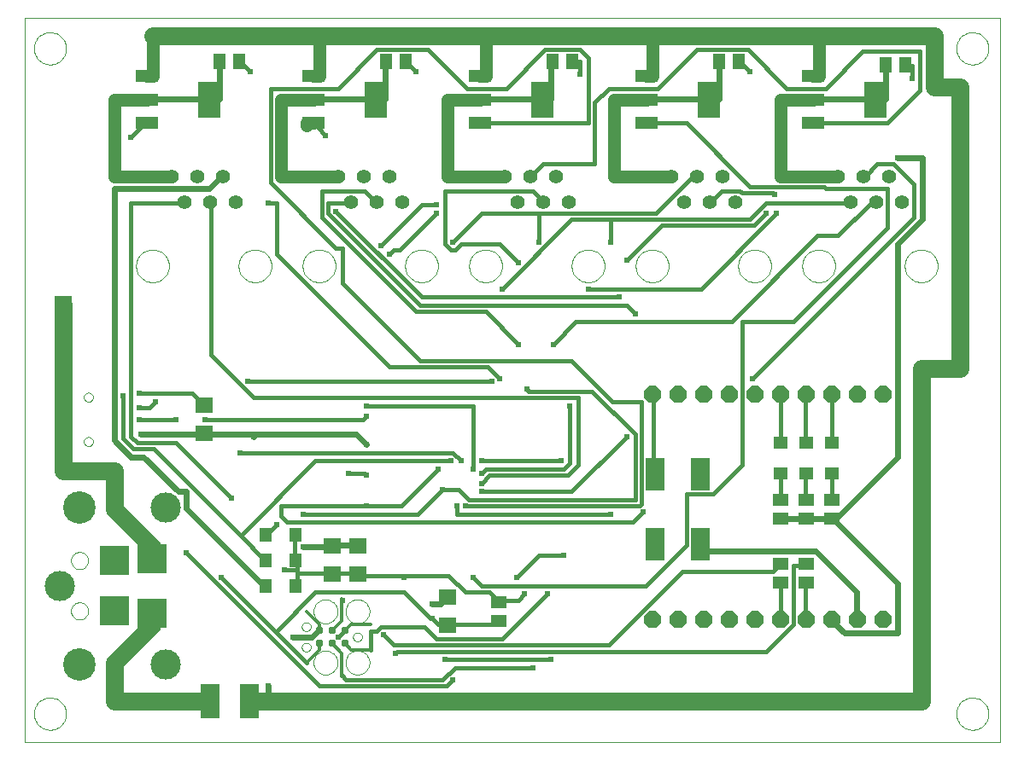
<source format=gbl>
G75*
%MOIN*%
%OFA0B0*%
%FSLAX24Y24*%
%IPPOS*%
%LPD*%
%AMOC8*
5,1,8,0,0,1.08239X$1,22.5*
%
%ADD10C,0.0000*%
%ADD11C,0.0554*%
%ADD12R,0.0512X0.0591*%
%ADD13C,0.1181*%
%ADD14C,0.1266*%
%ADD15R,0.1181X0.1181*%
%ADD16R,0.0748X0.1339*%
%ADD17C,0.0310*%
%ADD18R,0.0709X0.0630*%
%ADD19R,0.0472X0.0551*%
%ADD20R,0.0630X0.0512*%
%ADD21OC8,0.0660*%
%ADD22R,0.0591X0.0512*%
%ADD23R,0.0551X0.0472*%
%ADD24R,0.0750X0.1250*%
%ADD25R,0.0880X0.0480*%
%ADD26R,0.0866X0.1417*%
%ADD27C,0.0240*%
%ADD28C,0.0240*%
%ADD29C,0.0120*%
%ADD30C,0.0180*%
%ADD31C,0.0700*%
%ADD32C,0.0500*%
%ADD33R,0.0650X0.0650*%
D10*
X003100Y000100D02*
X003100Y028396D01*
X041170Y028396D01*
X041170Y000100D01*
X003100Y000100D01*
X003470Y001200D02*
X003472Y001250D01*
X003478Y001300D01*
X003488Y001349D01*
X003502Y001397D01*
X003519Y001444D01*
X003540Y001489D01*
X003565Y001533D01*
X003593Y001574D01*
X003625Y001613D01*
X003659Y001650D01*
X003696Y001684D01*
X003736Y001714D01*
X003778Y001741D01*
X003822Y001765D01*
X003868Y001786D01*
X003915Y001802D01*
X003963Y001815D01*
X004013Y001824D01*
X004062Y001829D01*
X004113Y001830D01*
X004163Y001827D01*
X004212Y001820D01*
X004261Y001809D01*
X004309Y001794D01*
X004355Y001776D01*
X004400Y001754D01*
X004443Y001728D01*
X004484Y001699D01*
X004523Y001667D01*
X004559Y001632D01*
X004591Y001594D01*
X004621Y001554D01*
X004648Y001511D01*
X004671Y001467D01*
X004690Y001421D01*
X004706Y001373D01*
X004718Y001324D01*
X004726Y001275D01*
X004730Y001225D01*
X004730Y001175D01*
X004726Y001125D01*
X004718Y001076D01*
X004706Y001027D01*
X004690Y000979D01*
X004671Y000933D01*
X004648Y000889D01*
X004621Y000846D01*
X004591Y000806D01*
X004559Y000768D01*
X004523Y000733D01*
X004484Y000701D01*
X004443Y000672D01*
X004400Y000646D01*
X004355Y000624D01*
X004309Y000606D01*
X004261Y000591D01*
X004212Y000580D01*
X004163Y000573D01*
X004113Y000570D01*
X004062Y000571D01*
X004013Y000576D01*
X003963Y000585D01*
X003915Y000598D01*
X003868Y000614D01*
X003822Y000635D01*
X003778Y000659D01*
X003736Y000686D01*
X003696Y000716D01*
X003659Y000750D01*
X003625Y000787D01*
X003593Y000826D01*
X003565Y000867D01*
X003540Y000911D01*
X003519Y000956D01*
X003502Y001003D01*
X003488Y001051D01*
X003478Y001100D01*
X003472Y001150D01*
X003470Y001200D01*
X004919Y005216D02*
X004921Y005252D01*
X004927Y005288D01*
X004937Y005323D01*
X004950Y005357D01*
X004967Y005389D01*
X004987Y005419D01*
X005011Y005446D01*
X005037Y005471D01*
X005066Y005493D01*
X005097Y005512D01*
X005130Y005527D01*
X005164Y005539D01*
X005200Y005547D01*
X005236Y005551D01*
X005272Y005551D01*
X005308Y005547D01*
X005344Y005539D01*
X005378Y005527D01*
X005411Y005512D01*
X005442Y005493D01*
X005471Y005471D01*
X005497Y005446D01*
X005521Y005419D01*
X005541Y005389D01*
X005558Y005357D01*
X005571Y005323D01*
X005581Y005288D01*
X005587Y005252D01*
X005589Y005216D01*
X005587Y005180D01*
X005581Y005144D01*
X005571Y005109D01*
X005558Y005075D01*
X005541Y005043D01*
X005521Y005013D01*
X005497Y004986D01*
X005471Y004961D01*
X005442Y004939D01*
X005411Y004920D01*
X005378Y004905D01*
X005344Y004893D01*
X005308Y004885D01*
X005272Y004881D01*
X005236Y004881D01*
X005200Y004885D01*
X005164Y004893D01*
X005130Y004905D01*
X005097Y004920D01*
X005066Y004939D01*
X005037Y004961D01*
X005011Y004986D01*
X004987Y005013D01*
X004967Y005043D01*
X004950Y005075D01*
X004937Y005109D01*
X004927Y005144D01*
X004921Y005180D01*
X004919Y005216D01*
X004919Y007184D02*
X004921Y007220D01*
X004927Y007256D01*
X004937Y007291D01*
X004950Y007325D01*
X004967Y007357D01*
X004987Y007387D01*
X005011Y007414D01*
X005037Y007439D01*
X005066Y007461D01*
X005097Y007480D01*
X005130Y007495D01*
X005164Y007507D01*
X005200Y007515D01*
X005236Y007519D01*
X005272Y007519D01*
X005308Y007515D01*
X005344Y007507D01*
X005378Y007495D01*
X005411Y007480D01*
X005442Y007461D01*
X005471Y007439D01*
X005497Y007414D01*
X005521Y007387D01*
X005541Y007357D01*
X005558Y007325D01*
X005571Y007291D01*
X005581Y007256D01*
X005587Y007220D01*
X005589Y007184D01*
X005587Y007148D01*
X005581Y007112D01*
X005571Y007077D01*
X005558Y007043D01*
X005541Y007011D01*
X005521Y006981D01*
X005497Y006954D01*
X005471Y006929D01*
X005442Y006907D01*
X005411Y006888D01*
X005378Y006873D01*
X005344Y006861D01*
X005308Y006853D01*
X005272Y006849D01*
X005236Y006849D01*
X005200Y006853D01*
X005164Y006861D01*
X005130Y006873D01*
X005097Y006888D01*
X005066Y006907D01*
X005037Y006929D01*
X005011Y006954D01*
X004987Y006981D01*
X004967Y007011D01*
X004950Y007043D01*
X004937Y007077D01*
X004927Y007112D01*
X004921Y007148D01*
X004919Y007184D01*
X005423Y011834D02*
X005425Y011860D01*
X005431Y011886D01*
X005441Y011911D01*
X005454Y011934D01*
X005470Y011954D01*
X005490Y011972D01*
X005512Y011987D01*
X005535Y011999D01*
X005561Y012007D01*
X005587Y012011D01*
X005613Y012011D01*
X005639Y012007D01*
X005665Y011999D01*
X005689Y011987D01*
X005710Y011972D01*
X005730Y011954D01*
X005746Y011934D01*
X005759Y011911D01*
X005769Y011886D01*
X005775Y011860D01*
X005777Y011834D01*
X005775Y011808D01*
X005769Y011782D01*
X005759Y011757D01*
X005746Y011734D01*
X005730Y011714D01*
X005710Y011696D01*
X005688Y011681D01*
X005665Y011669D01*
X005639Y011661D01*
X005613Y011657D01*
X005587Y011657D01*
X005561Y011661D01*
X005535Y011669D01*
X005511Y011681D01*
X005490Y011696D01*
X005470Y011714D01*
X005454Y011734D01*
X005441Y011757D01*
X005431Y011782D01*
X005425Y011808D01*
X005423Y011834D01*
X005423Y013566D02*
X005425Y013592D01*
X005431Y013618D01*
X005441Y013643D01*
X005454Y013666D01*
X005470Y013686D01*
X005490Y013704D01*
X005512Y013719D01*
X005535Y013731D01*
X005561Y013739D01*
X005587Y013743D01*
X005613Y013743D01*
X005639Y013739D01*
X005665Y013731D01*
X005689Y013719D01*
X005710Y013704D01*
X005730Y013686D01*
X005746Y013666D01*
X005759Y013643D01*
X005769Y013618D01*
X005775Y013592D01*
X005777Y013566D01*
X005775Y013540D01*
X005769Y013514D01*
X005759Y013489D01*
X005746Y013466D01*
X005730Y013446D01*
X005710Y013428D01*
X005688Y013413D01*
X005665Y013401D01*
X005639Y013393D01*
X005613Y013389D01*
X005587Y013389D01*
X005561Y013393D01*
X005535Y013401D01*
X005511Y013413D01*
X005490Y013428D01*
X005470Y013446D01*
X005454Y013466D01*
X005441Y013489D01*
X005431Y013514D01*
X005425Y013540D01*
X005423Y013566D01*
X007460Y018700D02*
X007462Y018750D01*
X007468Y018800D01*
X007478Y018849D01*
X007491Y018898D01*
X007509Y018945D01*
X007530Y018991D01*
X007554Y019034D01*
X007582Y019076D01*
X007613Y019116D01*
X007647Y019153D01*
X007684Y019187D01*
X007724Y019218D01*
X007766Y019246D01*
X007809Y019270D01*
X007855Y019291D01*
X007902Y019309D01*
X007951Y019322D01*
X008000Y019332D01*
X008050Y019338D01*
X008100Y019340D01*
X008150Y019338D01*
X008200Y019332D01*
X008249Y019322D01*
X008298Y019309D01*
X008345Y019291D01*
X008391Y019270D01*
X008434Y019246D01*
X008476Y019218D01*
X008516Y019187D01*
X008553Y019153D01*
X008587Y019116D01*
X008618Y019076D01*
X008646Y019034D01*
X008670Y018991D01*
X008691Y018945D01*
X008709Y018898D01*
X008722Y018849D01*
X008732Y018800D01*
X008738Y018750D01*
X008740Y018700D01*
X008738Y018650D01*
X008732Y018600D01*
X008722Y018551D01*
X008709Y018502D01*
X008691Y018455D01*
X008670Y018409D01*
X008646Y018366D01*
X008618Y018324D01*
X008587Y018284D01*
X008553Y018247D01*
X008516Y018213D01*
X008476Y018182D01*
X008434Y018154D01*
X008391Y018130D01*
X008345Y018109D01*
X008298Y018091D01*
X008249Y018078D01*
X008200Y018068D01*
X008150Y018062D01*
X008100Y018060D01*
X008050Y018062D01*
X008000Y018068D01*
X007951Y018078D01*
X007902Y018091D01*
X007855Y018109D01*
X007809Y018130D01*
X007766Y018154D01*
X007724Y018182D01*
X007684Y018213D01*
X007647Y018247D01*
X007613Y018284D01*
X007582Y018324D01*
X007554Y018366D01*
X007530Y018409D01*
X007509Y018455D01*
X007491Y018502D01*
X007478Y018551D01*
X007468Y018600D01*
X007462Y018650D01*
X007460Y018700D01*
X011460Y018700D02*
X011462Y018750D01*
X011468Y018800D01*
X011478Y018849D01*
X011491Y018898D01*
X011509Y018945D01*
X011530Y018991D01*
X011554Y019034D01*
X011582Y019076D01*
X011613Y019116D01*
X011647Y019153D01*
X011684Y019187D01*
X011724Y019218D01*
X011766Y019246D01*
X011809Y019270D01*
X011855Y019291D01*
X011902Y019309D01*
X011951Y019322D01*
X012000Y019332D01*
X012050Y019338D01*
X012100Y019340D01*
X012150Y019338D01*
X012200Y019332D01*
X012249Y019322D01*
X012298Y019309D01*
X012345Y019291D01*
X012391Y019270D01*
X012434Y019246D01*
X012476Y019218D01*
X012516Y019187D01*
X012553Y019153D01*
X012587Y019116D01*
X012618Y019076D01*
X012646Y019034D01*
X012670Y018991D01*
X012691Y018945D01*
X012709Y018898D01*
X012722Y018849D01*
X012732Y018800D01*
X012738Y018750D01*
X012740Y018700D01*
X012738Y018650D01*
X012732Y018600D01*
X012722Y018551D01*
X012709Y018502D01*
X012691Y018455D01*
X012670Y018409D01*
X012646Y018366D01*
X012618Y018324D01*
X012587Y018284D01*
X012553Y018247D01*
X012516Y018213D01*
X012476Y018182D01*
X012434Y018154D01*
X012391Y018130D01*
X012345Y018109D01*
X012298Y018091D01*
X012249Y018078D01*
X012200Y018068D01*
X012150Y018062D01*
X012100Y018060D01*
X012050Y018062D01*
X012000Y018068D01*
X011951Y018078D01*
X011902Y018091D01*
X011855Y018109D01*
X011809Y018130D01*
X011766Y018154D01*
X011724Y018182D01*
X011684Y018213D01*
X011647Y018247D01*
X011613Y018284D01*
X011582Y018324D01*
X011554Y018366D01*
X011530Y018409D01*
X011509Y018455D01*
X011491Y018502D01*
X011478Y018551D01*
X011468Y018600D01*
X011462Y018650D01*
X011460Y018700D01*
X013960Y018700D02*
X013962Y018750D01*
X013968Y018800D01*
X013978Y018849D01*
X013991Y018898D01*
X014009Y018945D01*
X014030Y018991D01*
X014054Y019034D01*
X014082Y019076D01*
X014113Y019116D01*
X014147Y019153D01*
X014184Y019187D01*
X014224Y019218D01*
X014266Y019246D01*
X014309Y019270D01*
X014355Y019291D01*
X014402Y019309D01*
X014451Y019322D01*
X014500Y019332D01*
X014550Y019338D01*
X014600Y019340D01*
X014650Y019338D01*
X014700Y019332D01*
X014749Y019322D01*
X014798Y019309D01*
X014845Y019291D01*
X014891Y019270D01*
X014934Y019246D01*
X014976Y019218D01*
X015016Y019187D01*
X015053Y019153D01*
X015087Y019116D01*
X015118Y019076D01*
X015146Y019034D01*
X015170Y018991D01*
X015191Y018945D01*
X015209Y018898D01*
X015222Y018849D01*
X015232Y018800D01*
X015238Y018750D01*
X015240Y018700D01*
X015238Y018650D01*
X015232Y018600D01*
X015222Y018551D01*
X015209Y018502D01*
X015191Y018455D01*
X015170Y018409D01*
X015146Y018366D01*
X015118Y018324D01*
X015087Y018284D01*
X015053Y018247D01*
X015016Y018213D01*
X014976Y018182D01*
X014934Y018154D01*
X014891Y018130D01*
X014845Y018109D01*
X014798Y018091D01*
X014749Y018078D01*
X014700Y018068D01*
X014650Y018062D01*
X014600Y018060D01*
X014550Y018062D01*
X014500Y018068D01*
X014451Y018078D01*
X014402Y018091D01*
X014355Y018109D01*
X014309Y018130D01*
X014266Y018154D01*
X014224Y018182D01*
X014184Y018213D01*
X014147Y018247D01*
X014113Y018284D01*
X014082Y018324D01*
X014054Y018366D01*
X014030Y018409D01*
X014009Y018455D01*
X013991Y018502D01*
X013978Y018551D01*
X013968Y018600D01*
X013962Y018650D01*
X013960Y018700D01*
X017960Y018700D02*
X017962Y018750D01*
X017968Y018800D01*
X017978Y018849D01*
X017991Y018898D01*
X018009Y018945D01*
X018030Y018991D01*
X018054Y019034D01*
X018082Y019076D01*
X018113Y019116D01*
X018147Y019153D01*
X018184Y019187D01*
X018224Y019218D01*
X018266Y019246D01*
X018309Y019270D01*
X018355Y019291D01*
X018402Y019309D01*
X018451Y019322D01*
X018500Y019332D01*
X018550Y019338D01*
X018600Y019340D01*
X018650Y019338D01*
X018700Y019332D01*
X018749Y019322D01*
X018798Y019309D01*
X018845Y019291D01*
X018891Y019270D01*
X018934Y019246D01*
X018976Y019218D01*
X019016Y019187D01*
X019053Y019153D01*
X019087Y019116D01*
X019118Y019076D01*
X019146Y019034D01*
X019170Y018991D01*
X019191Y018945D01*
X019209Y018898D01*
X019222Y018849D01*
X019232Y018800D01*
X019238Y018750D01*
X019240Y018700D01*
X019238Y018650D01*
X019232Y018600D01*
X019222Y018551D01*
X019209Y018502D01*
X019191Y018455D01*
X019170Y018409D01*
X019146Y018366D01*
X019118Y018324D01*
X019087Y018284D01*
X019053Y018247D01*
X019016Y018213D01*
X018976Y018182D01*
X018934Y018154D01*
X018891Y018130D01*
X018845Y018109D01*
X018798Y018091D01*
X018749Y018078D01*
X018700Y018068D01*
X018650Y018062D01*
X018600Y018060D01*
X018550Y018062D01*
X018500Y018068D01*
X018451Y018078D01*
X018402Y018091D01*
X018355Y018109D01*
X018309Y018130D01*
X018266Y018154D01*
X018224Y018182D01*
X018184Y018213D01*
X018147Y018247D01*
X018113Y018284D01*
X018082Y018324D01*
X018054Y018366D01*
X018030Y018409D01*
X018009Y018455D01*
X017991Y018502D01*
X017978Y018551D01*
X017968Y018600D01*
X017962Y018650D01*
X017960Y018700D01*
X020460Y018700D02*
X020462Y018750D01*
X020468Y018800D01*
X020478Y018849D01*
X020491Y018898D01*
X020509Y018945D01*
X020530Y018991D01*
X020554Y019034D01*
X020582Y019076D01*
X020613Y019116D01*
X020647Y019153D01*
X020684Y019187D01*
X020724Y019218D01*
X020766Y019246D01*
X020809Y019270D01*
X020855Y019291D01*
X020902Y019309D01*
X020951Y019322D01*
X021000Y019332D01*
X021050Y019338D01*
X021100Y019340D01*
X021150Y019338D01*
X021200Y019332D01*
X021249Y019322D01*
X021298Y019309D01*
X021345Y019291D01*
X021391Y019270D01*
X021434Y019246D01*
X021476Y019218D01*
X021516Y019187D01*
X021553Y019153D01*
X021587Y019116D01*
X021618Y019076D01*
X021646Y019034D01*
X021670Y018991D01*
X021691Y018945D01*
X021709Y018898D01*
X021722Y018849D01*
X021732Y018800D01*
X021738Y018750D01*
X021740Y018700D01*
X021738Y018650D01*
X021732Y018600D01*
X021722Y018551D01*
X021709Y018502D01*
X021691Y018455D01*
X021670Y018409D01*
X021646Y018366D01*
X021618Y018324D01*
X021587Y018284D01*
X021553Y018247D01*
X021516Y018213D01*
X021476Y018182D01*
X021434Y018154D01*
X021391Y018130D01*
X021345Y018109D01*
X021298Y018091D01*
X021249Y018078D01*
X021200Y018068D01*
X021150Y018062D01*
X021100Y018060D01*
X021050Y018062D01*
X021000Y018068D01*
X020951Y018078D01*
X020902Y018091D01*
X020855Y018109D01*
X020809Y018130D01*
X020766Y018154D01*
X020724Y018182D01*
X020684Y018213D01*
X020647Y018247D01*
X020613Y018284D01*
X020582Y018324D01*
X020554Y018366D01*
X020530Y018409D01*
X020509Y018455D01*
X020491Y018502D01*
X020478Y018551D01*
X020468Y018600D01*
X020462Y018650D01*
X020460Y018700D01*
X024460Y018700D02*
X024462Y018750D01*
X024468Y018800D01*
X024478Y018849D01*
X024491Y018898D01*
X024509Y018945D01*
X024530Y018991D01*
X024554Y019034D01*
X024582Y019076D01*
X024613Y019116D01*
X024647Y019153D01*
X024684Y019187D01*
X024724Y019218D01*
X024766Y019246D01*
X024809Y019270D01*
X024855Y019291D01*
X024902Y019309D01*
X024951Y019322D01*
X025000Y019332D01*
X025050Y019338D01*
X025100Y019340D01*
X025150Y019338D01*
X025200Y019332D01*
X025249Y019322D01*
X025298Y019309D01*
X025345Y019291D01*
X025391Y019270D01*
X025434Y019246D01*
X025476Y019218D01*
X025516Y019187D01*
X025553Y019153D01*
X025587Y019116D01*
X025618Y019076D01*
X025646Y019034D01*
X025670Y018991D01*
X025691Y018945D01*
X025709Y018898D01*
X025722Y018849D01*
X025732Y018800D01*
X025738Y018750D01*
X025740Y018700D01*
X025738Y018650D01*
X025732Y018600D01*
X025722Y018551D01*
X025709Y018502D01*
X025691Y018455D01*
X025670Y018409D01*
X025646Y018366D01*
X025618Y018324D01*
X025587Y018284D01*
X025553Y018247D01*
X025516Y018213D01*
X025476Y018182D01*
X025434Y018154D01*
X025391Y018130D01*
X025345Y018109D01*
X025298Y018091D01*
X025249Y018078D01*
X025200Y018068D01*
X025150Y018062D01*
X025100Y018060D01*
X025050Y018062D01*
X025000Y018068D01*
X024951Y018078D01*
X024902Y018091D01*
X024855Y018109D01*
X024809Y018130D01*
X024766Y018154D01*
X024724Y018182D01*
X024684Y018213D01*
X024647Y018247D01*
X024613Y018284D01*
X024582Y018324D01*
X024554Y018366D01*
X024530Y018409D01*
X024509Y018455D01*
X024491Y018502D01*
X024478Y018551D01*
X024468Y018600D01*
X024462Y018650D01*
X024460Y018700D01*
X026960Y018700D02*
X026962Y018750D01*
X026968Y018800D01*
X026978Y018849D01*
X026991Y018898D01*
X027009Y018945D01*
X027030Y018991D01*
X027054Y019034D01*
X027082Y019076D01*
X027113Y019116D01*
X027147Y019153D01*
X027184Y019187D01*
X027224Y019218D01*
X027266Y019246D01*
X027309Y019270D01*
X027355Y019291D01*
X027402Y019309D01*
X027451Y019322D01*
X027500Y019332D01*
X027550Y019338D01*
X027600Y019340D01*
X027650Y019338D01*
X027700Y019332D01*
X027749Y019322D01*
X027798Y019309D01*
X027845Y019291D01*
X027891Y019270D01*
X027934Y019246D01*
X027976Y019218D01*
X028016Y019187D01*
X028053Y019153D01*
X028087Y019116D01*
X028118Y019076D01*
X028146Y019034D01*
X028170Y018991D01*
X028191Y018945D01*
X028209Y018898D01*
X028222Y018849D01*
X028232Y018800D01*
X028238Y018750D01*
X028240Y018700D01*
X028238Y018650D01*
X028232Y018600D01*
X028222Y018551D01*
X028209Y018502D01*
X028191Y018455D01*
X028170Y018409D01*
X028146Y018366D01*
X028118Y018324D01*
X028087Y018284D01*
X028053Y018247D01*
X028016Y018213D01*
X027976Y018182D01*
X027934Y018154D01*
X027891Y018130D01*
X027845Y018109D01*
X027798Y018091D01*
X027749Y018078D01*
X027700Y018068D01*
X027650Y018062D01*
X027600Y018060D01*
X027550Y018062D01*
X027500Y018068D01*
X027451Y018078D01*
X027402Y018091D01*
X027355Y018109D01*
X027309Y018130D01*
X027266Y018154D01*
X027224Y018182D01*
X027184Y018213D01*
X027147Y018247D01*
X027113Y018284D01*
X027082Y018324D01*
X027054Y018366D01*
X027030Y018409D01*
X027009Y018455D01*
X026991Y018502D01*
X026978Y018551D01*
X026968Y018600D01*
X026962Y018650D01*
X026960Y018700D01*
X030960Y018700D02*
X030962Y018750D01*
X030968Y018800D01*
X030978Y018849D01*
X030991Y018898D01*
X031009Y018945D01*
X031030Y018991D01*
X031054Y019034D01*
X031082Y019076D01*
X031113Y019116D01*
X031147Y019153D01*
X031184Y019187D01*
X031224Y019218D01*
X031266Y019246D01*
X031309Y019270D01*
X031355Y019291D01*
X031402Y019309D01*
X031451Y019322D01*
X031500Y019332D01*
X031550Y019338D01*
X031600Y019340D01*
X031650Y019338D01*
X031700Y019332D01*
X031749Y019322D01*
X031798Y019309D01*
X031845Y019291D01*
X031891Y019270D01*
X031934Y019246D01*
X031976Y019218D01*
X032016Y019187D01*
X032053Y019153D01*
X032087Y019116D01*
X032118Y019076D01*
X032146Y019034D01*
X032170Y018991D01*
X032191Y018945D01*
X032209Y018898D01*
X032222Y018849D01*
X032232Y018800D01*
X032238Y018750D01*
X032240Y018700D01*
X032238Y018650D01*
X032232Y018600D01*
X032222Y018551D01*
X032209Y018502D01*
X032191Y018455D01*
X032170Y018409D01*
X032146Y018366D01*
X032118Y018324D01*
X032087Y018284D01*
X032053Y018247D01*
X032016Y018213D01*
X031976Y018182D01*
X031934Y018154D01*
X031891Y018130D01*
X031845Y018109D01*
X031798Y018091D01*
X031749Y018078D01*
X031700Y018068D01*
X031650Y018062D01*
X031600Y018060D01*
X031550Y018062D01*
X031500Y018068D01*
X031451Y018078D01*
X031402Y018091D01*
X031355Y018109D01*
X031309Y018130D01*
X031266Y018154D01*
X031224Y018182D01*
X031184Y018213D01*
X031147Y018247D01*
X031113Y018284D01*
X031082Y018324D01*
X031054Y018366D01*
X031030Y018409D01*
X031009Y018455D01*
X030991Y018502D01*
X030978Y018551D01*
X030968Y018600D01*
X030962Y018650D01*
X030960Y018700D01*
X033460Y018700D02*
X033462Y018750D01*
X033468Y018800D01*
X033478Y018849D01*
X033491Y018898D01*
X033509Y018945D01*
X033530Y018991D01*
X033554Y019034D01*
X033582Y019076D01*
X033613Y019116D01*
X033647Y019153D01*
X033684Y019187D01*
X033724Y019218D01*
X033766Y019246D01*
X033809Y019270D01*
X033855Y019291D01*
X033902Y019309D01*
X033951Y019322D01*
X034000Y019332D01*
X034050Y019338D01*
X034100Y019340D01*
X034150Y019338D01*
X034200Y019332D01*
X034249Y019322D01*
X034298Y019309D01*
X034345Y019291D01*
X034391Y019270D01*
X034434Y019246D01*
X034476Y019218D01*
X034516Y019187D01*
X034553Y019153D01*
X034587Y019116D01*
X034618Y019076D01*
X034646Y019034D01*
X034670Y018991D01*
X034691Y018945D01*
X034709Y018898D01*
X034722Y018849D01*
X034732Y018800D01*
X034738Y018750D01*
X034740Y018700D01*
X034738Y018650D01*
X034732Y018600D01*
X034722Y018551D01*
X034709Y018502D01*
X034691Y018455D01*
X034670Y018409D01*
X034646Y018366D01*
X034618Y018324D01*
X034587Y018284D01*
X034553Y018247D01*
X034516Y018213D01*
X034476Y018182D01*
X034434Y018154D01*
X034391Y018130D01*
X034345Y018109D01*
X034298Y018091D01*
X034249Y018078D01*
X034200Y018068D01*
X034150Y018062D01*
X034100Y018060D01*
X034050Y018062D01*
X034000Y018068D01*
X033951Y018078D01*
X033902Y018091D01*
X033855Y018109D01*
X033809Y018130D01*
X033766Y018154D01*
X033724Y018182D01*
X033684Y018213D01*
X033647Y018247D01*
X033613Y018284D01*
X033582Y018324D01*
X033554Y018366D01*
X033530Y018409D01*
X033509Y018455D01*
X033491Y018502D01*
X033478Y018551D01*
X033468Y018600D01*
X033462Y018650D01*
X033460Y018700D01*
X037460Y018700D02*
X037462Y018750D01*
X037468Y018800D01*
X037478Y018849D01*
X037491Y018898D01*
X037509Y018945D01*
X037530Y018991D01*
X037554Y019034D01*
X037582Y019076D01*
X037613Y019116D01*
X037647Y019153D01*
X037684Y019187D01*
X037724Y019218D01*
X037766Y019246D01*
X037809Y019270D01*
X037855Y019291D01*
X037902Y019309D01*
X037951Y019322D01*
X038000Y019332D01*
X038050Y019338D01*
X038100Y019340D01*
X038150Y019338D01*
X038200Y019332D01*
X038249Y019322D01*
X038298Y019309D01*
X038345Y019291D01*
X038391Y019270D01*
X038434Y019246D01*
X038476Y019218D01*
X038516Y019187D01*
X038553Y019153D01*
X038587Y019116D01*
X038618Y019076D01*
X038646Y019034D01*
X038670Y018991D01*
X038691Y018945D01*
X038709Y018898D01*
X038722Y018849D01*
X038732Y018800D01*
X038738Y018750D01*
X038740Y018700D01*
X038738Y018650D01*
X038732Y018600D01*
X038722Y018551D01*
X038709Y018502D01*
X038691Y018455D01*
X038670Y018409D01*
X038646Y018366D01*
X038618Y018324D01*
X038587Y018284D01*
X038553Y018247D01*
X038516Y018213D01*
X038476Y018182D01*
X038434Y018154D01*
X038391Y018130D01*
X038345Y018109D01*
X038298Y018091D01*
X038249Y018078D01*
X038200Y018068D01*
X038150Y018062D01*
X038100Y018060D01*
X038050Y018062D01*
X038000Y018068D01*
X037951Y018078D01*
X037902Y018091D01*
X037855Y018109D01*
X037809Y018130D01*
X037766Y018154D01*
X037724Y018182D01*
X037684Y018213D01*
X037647Y018247D01*
X037613Y018284D01*
X037582Y018324D01*
X037554Y018366D01*
X037530Y018409D01*
X037509Y018455D01*
X037491Y018502D01*
X037478Y018551D01*
X037468Y018600D01*
X037462Y018650D01*
X037460Y018700D01*
X039470Y027200D02*
X039472Y027250D01*
X039478Y027300D01*
X039488Y027349D01*
X039502Y027397D01*
X039519Y027444D01*
X039540Y027489D01*
X039565Y027533D01*
X039593Y027574D01*
X039625Y027613D01*
X039659Y027650D01*
X039696Y027684D01*
X039736Y027714D01*
X039778Y027741D01*
X039822Y027765D01*
X039868Y027786D01*
X039915Y027802D01*
X039963Y027815D01*
X040013Y027824D01*
X040062Y027829D01*
X040113Y027830D01*
X040163Y027827D01*
X040212Y027820D01*
X040261Y027809D01*
X040309Y027794D01*
X040355Y027776D01*
X040400Y027754D01*
X040443Y027728D01*
X040484Y027699D01*
X040523Y027667D01*
X040559Y027632D01*
X040591Y027594D01*
X040621Y027554D01*
X040648Y027511D01*
X040671Y027467D01*
X040690Y027421D01*
X040706Y027373D01*
X040718Y027324D01*
X040726Y027275D01*
X040730Y027225D01*
X040730Y027175D01*
X040726Y027125D01*
X040718Y027076D01*
X040706Y027027D01*
X040690Y026979D01*
X040671Y026933D01*
X040648Y026889D01*
X040621Y026846D01*
X040591Y026806D01*
X040559Y026768D01*
X040523Y026733D01*
X040484Y026701D01*
X040443Y026672D01*
X040400Y026646D01*
X040355Y026624D01*
X040309Y026606D01*
X040261Y026591D01*
X040212Y026580D01*
X040163Y026573D01*
X040113Y026570D01*
X040062Y026571D01*
X040013Y026576D01*
X039963Y026585D01*
X039915Y026598D01*
X039868Y026614D01*
X039822Y026635D01*
X039778Y026659D01*
X039736Y026686D01*
X039696Y026716D01*
X039659Y026750D01*
X039625Y026787D01*
X039593Y026826D01*
X039565Y026867D01*
X039540Y026911D01*
X039519Y026956D01*
X039502Y027003D01*
X039488Y027051D01*
X039478Y027100D01*
X039472Y027150D01*
X039470Y027200D01*
X015633Y005200D02*
X015635Y005243D01*
X015641Y005286D01*
X015651Y005328D01*
X015665Y005369D01*
X015682Y005408D01*
X015703Y005446D01*
X015727Y005481D01*
X015755Y005515D01*
X015785Y005545D01*
X015819Y005573D01*
X015854Y005597D01*
X015892Y005618D01*
X015931Y005635D01*
X015972Y005649D01*
X016014Y005659D01*
X016057Y005665D01*
X016100Y005667D01*
X016143Y005665D01*
X016186Y005659D01*
X016228Y005649D01*
X016269Y005635D01*
X016308Y005618D01*
X016346Y005597D01*
X016381Y005573D01*
X016415Y005545D01*
X016445Y005515D01*
X016473Y005481D01*
X016497Y005446D01*
X016518Y005408D01*
X016535Y005369D01*
X016549Y005328D01*
X016559Y005286D01*
X016565Y005243D01*
X016567Y005200D01*
X016565Y005157D01*
X016559Y005114D01*
X016549Y005072D01*
X016535Y005031D01*
X016518Y004992D01*
X016497Y004954D01*
X016473Y004919D01*
X016445Y004885D01*
X016415Y004855D01*
X016381Y004827D01*
X016346Y004803D01*
X016308Y004782D01*
X016269Y004765D01*
X016228Y004751D01*
X016186Y004741D01*
X016143Y004735D01*
X016100Y004733D01*
X016057Y004735D01*
X016014Y004741D01*
X015972Y004751D01*
X015931Y004765D01*
X015892Y004782D01*
X015854Y004803D01*
X015819Y004827D01*
X015785Y004855D01*
X015755Y004885D01*
X015727Y004919D01*
X015703Y004954D01*
X015682Y004992D01*
X015665Y005031D01*
X015651Y005072D01*
X015641Y005114D01*
X015635Y005157D01*
X015633Y005200D01*
X014383Y005200D02*
X014385Y005243D01*
X014391Y005286D01*
X014401Y005328D01*
X014415Y005369D01*
X014432Y005408D01*
X014453Y005446D01*
X014477Y005481D01*
X014505Y005515D01*
X014535Y005545D01*
X014569Y005573D01*
X014604Y005597D01*
X014642Y005618D01*
X014681Y005635D01*
X014722Y005649D01*
X014764Y005659D01*
X014807Y005665D01*
X014850Y005667D01*
X014893Y005665D01*
X014936Y005659D01*
X014978Y005649D01*
X015019Y005635D01*
X015058Y005618D01*
X015096Y005597D01*
X015131Y005573D01*
X015165Y005545D01*
X015195Y005515D01*
X015223Y005481D01*
X015247Y005446D01*
X015268Y005408D01*
X015285Y005369D01*
X015299Y005328D01*
X015309Y005286D01*
X015315Y005243D01*
X015317Y005200D01*
X015315Y005157D01*
X015309Y005114D01*
X015299Y005072D01*
X015285Y005031D01*
X015268Y004992D01*
X015247Y004954D01*
X015223Y004919D01*
X015195Y004885D01*
X015165Y004855D01*
X015131Y004827D01*
X015096Y004803D01*
X015058Y004782D01*
X015019Y004765D01*
X014978Y004751D01*
X014936Y004741D01*
X014893Y004735D01*
X014850Y004733D01*
X014807Y004735D01*
X014764Y004741D01*
X014722Y004751D01*
X014681Y004765D01*
X014642Y004782D01*
X014604Y004803D01*
X014569Y004827D01*
X014535Y004855D01*
X014505Y004885D01*
X014477Y004919D01*
X014453Y004954D01*
X014432Y004992D01*
X014415Y005031D01*
X014401Y005072D01*
X014391Y005114D01*
X014385Y005157D01*
X014383Y005200D01*
X013925Y004600D02*
X013927Y004626D01*
X013933Y004652D01*
X013942Y004676D01*
X013955Y004699D01*
X013972Y004719D01*
X013991Y004737D01*
X014013Y004752D01*
X014036Y004763D01*
X014061Y004771D01*
X014087Y004775D01*
X014113Y004775D01*
X014139Y004771D01*
X014164Y004763D01*
X014188Y004752D01*
X014209Y004737D01*
X014228Y004719D01*
X014245Y004699D01*
X014258Y004676D01*
X014267Y004652D01*
X014273Y004626D01*
X014275Y004600D01*
X014273Y004574D01*
X014267Y004548D01*
X014258Y004524D01*
X014245Y004501D01*
X014228Y004481D01*
X014209Y004463D01*
X014187Y004448D01*
X014164Y004437D01*
X014139Y004429D01*
X014113Y004425D01*
X014087Y004425D01*
X014061Y004429D01*
X014036Y004437D01*
X014012Y004448D01*
X013991Y004463D01*
X013972Y004481D01*
X013955Y004501D01*
X013942Y004524D01*
X013933Y004548D01*
X013927Y004574D01*
X013925Y004600D01*
X013925Y003800D02*
X013927Y003826D01*
X013933Y003852D01*
X013942Y003876D01*
X013955Y003899D01*
X013972Y003919D01*
X013991Y003937D01*
X014013Y003952D01*
X014036Y003963D01*
X014061Y003971D01*
X014087Y003975D01*
X014113Y003975D01*
X014139Y003971D01*
X014164Y003963D01*
X014188Y003952D01*
X014209Y003937D01*
X014228Y003919D01*
X014245Y003899D01*
X014258Y003876D01*
X014267Y003852D01*
X014273Y003826D01*
X014275Y003800D01*
X014273Y003774D01*
X014267Y003748D01*
X014258Y003724D01*
X014245Y003701D01*
X014228Y003681D01*
X014209Y003663D01*
X014187Y003648D01*
X014164Y003637D01*
X014139Y003629D01*
X014113Y003625D01*
X014087Y003625D01*
X014061Y003629D01*
X014036Y003637D01*
X014012Y003648D01*
X013991Y003663D01*
X013972Y003681D01*
X013955Y003701D01*
X013942Y003724D01*
X013933Y003748D01*
X013927Y003774D01*
X013925Y003800D01*
X014383Y003200D02*
X014385Y003243D01*
X014391Y003286D01*
X014401Y003328D01*
X014415Y003369D01*
X014432Y003408D01*
X014453Y003446D01*
X014477Y003481D01*
X014505Y003515D01*
X014535Y003545D01*
X014569Y003573D01*
X014604Y003597D01*
X014642Y003618D01*
X014681Y003635D01*
X014722Y003649D01*
X014764Y003659D01*
X014807Y003665D01*
X014850Y003667D01*
X014893Y003665D01*
X014936Y003659D01*
X014978Y003649D01*
X015019Y003635D01*
X015058Y003618D01*
X015096Y003597D01*
X015131Y003573D01*
X015165Y003545D01*
X015195Y003515D01*
X015223Y003481D01*
X015247Y003446D01*
X015268Y003408D01*
X015285Y003369D01*
X015299Y003328D01*
X015309Y003286D01*
X015315Y003243D01*
X015317Y003200D01*
X015315Y003157D01*
X015309Y003114D01*
X015299Y003072D01*
X015285Y003031D01*
X015268Y002992D01*
X015247Y002954D01*
X015223Y002919D01*
X015195Y002885D01*
X015165Y002855D01*
X015131Y002827D01*
X015096Y002803D01*
X015058Y002782D01*
X015019Y002765D01*
X014978Y002751D01*
X014936Y002741D01*
X014893Y002735D01*
X014850Y002733D01*
X014807Y002735D01*
X014764Y002741D01*
X014722Y002751D01*
X014681Y002765D01*
X014642Y002782D01*
X014604Y002803D01*
X014569Y002827D01*
X014535Y002855D01*
X014505Y002885D01*
X014477Y002919D01*
X014453Y002954D01*
X014432Y002992D01*
X014415Y003031D01*
X014401Y003072D01*
X014391Y003114D01*
X014385Y003157D01*
X014383Y003200D01*
X015633Y003200D02*
X015635Y003243D01*
X015641Y003286D01*
X015651Y003328D01*
X015665Y003369D01*
X015682Y003408D01*
X015703Y003446D01*
X015727Y003481D01*
X015755Y003515D01*
X015785Y003545D01*
X015819Y003573D01*
X015854Y003597D01*
X015892Y003618D01*
X015931Y003635D01*
X015972Y003649D01*
X016014Y003659D01*
X016057Y003665D01*
X016100Y003667D01*
X016143Y003665D01*
X016186Y003659D01*
X016228Y003649D01*
X016269Y003635D01*
X016308Y003618D01*
X016346Y003597D01*
X016381Y003573D01*
X016415Y003545D01*
X016445Y003515D01*
X016473Y003481D01*
X016497Y003446D01*
X016518Y003408D01*
X016535Y003369D01*
X016549Y003328D01*
X016559Y003286D01*
X016565Y003243D01*
X016567Y003200D01*
X016565Y003157D01*
X016559Y003114D01*
X016549Y003072D01*
X016535Y003031D01*
X016518Y002992D01*
X016497Y002954D01*
X016473Y002919D01*
X016445Y002885D01*
X016415Y002855D01*
X016381Y002827D01*
X016346Y002803D01*
X016308Y002782D01*
X016269Y002765D01*
X016228Y002751D01*
X016186Y002741D01*
X016143Y002735D01*
X016100Y002733D01*
X016057Y002735D01*
X016014Y002741D01*
X015972Y002751D01*
X015931Y002765D01*
X015892Y002782D01*
X015854Y002803D01*
X015819Y002827D01*
X015785Y002855D01*
X015755Y002885D01*
X015727Y002919D01*
X015703Y002954D01*
X015682Y002992D01*
X015665Y003031D01*
X015651Y003072D01*
X015641Y003114D01*
X015635Y003157D01*
X015633Y003200D01*
X015925Y004200D02*
X015927Y004226D01*
X015933Y004252D01*
X015942Y004276D01*
X015955Y004299D01*
X015972Y004319D01*
X015991Y004337D01*
X016013Y004352D01*
X016036Y004363D01*
X016061Y004371D01*
X016087Y004375D01*
X016113Y004375D01*
X016139Y004371D01*
X016164Y004363D01*
X016188Y004352D01*
X016209Y004337D01*
X016228Y004319D01*
X016245Y004299D01*
X016258Y004276D01*
X016267Y004252D01*
X016273Y004226D01*
X016275Y004200D01*
X016273Y004174D01*
X016267Y004148D01*
X016258Y004124D01*
X016245Y004101D01*
X016228Y004081D01*
X016209Y004063D01*
X016187Y004048D01*
X016164Y004037D01*
X016139Y004029D01*
X016113Y004025D01*
X016087Y004025D01*
X016061Y004029D01*
X016036Y004037D01*
X016012Y004048D01*
X015991Y004063D01*
X015972Y004081D01*
X015955Y004101D01*
X015942Y004124D01*
X015933Y004148D01*
X015927Y004174D01*
X015925Y004200D01*
X039470Y001200D02*
X039472Y001250D01*
X039478Y001300D01*
X039488Y001349D01*
X039502Y001397D01*
X039519Y001444D01*
X039540Y001489D01*
X039565Y001533D01*
X039593Y001574D01*
X039625Y001613D01*
X039659Y001650D01*
X039696Y001684D01*
X039736Y001714D01*
X039778Y001741D01*
X039822Y001765D01*
X039868Y001786D01*
X039915Y001802D01*
X039963Y001815D01*
X040013Y001824D01*
X040062Y001829D01*
X040113Y001830D01*
X040163Y001827D01*
X040212Y001820D01*
X040261Y001809D01*
X040309Y001794D01*
X040355Y001776D01*
X040400Y001754D01*
X040443Y001728D01*
X040484Y001699D01*
X040523Y001667D01*
X040559Y001632D01*
X040591Y001594D01*
X040621Y001554D01*
X040648Y001511D01*
X040671Y001467D01*
X040690Y001421D01*
X040706Y001373D01*
X040718Y001324D01*
X040726Y001275D01*
X040730Y001225D01*
X040730Y001175D01*
X040726Y001125D01*
X040718Y001076D01*
X040706Y001027D01*
X040690Y000979D01*
X040671Y000933D01*
X040648Y000889D01*
X040621Y000846D01*
X040591Y000806D01*
X040559Y000768D01*
X040523Y000733D01*
X040484Y000701D01*
X040443Y000672D01*
X040400Y000646D01*
X040355Y000624D01*
X040309Y000606D01*
X040261Y000591D01*
X040212Y000580D01*
X040163Y000573D01*
X040113Y000570D01*
X040062Y000571D01*
X040013Y000576D01*
X039963Y000585D01*
X039915Y000598D01*
X039868Y000614D01*
X039822Y000635D01*
X039778Y000659D01*
X039736Y000686D01*
X039696Y000716D01*
X039659Y000750D01*
X039625Y000787D01*
X039593Y000826D01*
X039565Y000867D01*
X039540Y000911D01*
X039519Y000956D01*
X039502Y001003D01*
X039488Y001051D01*
X039478Y001100D01*
X039472Y001150D01*
X039470Y001200D01*
X003470Y027200D02*
X003472Y027250D01*
X003478Y027300D01*
X003488Y027349D01*
X003502Y027397D01*
X003519Y027444D01*
X003540Y027489D01*
X003565Y027533D01*
X003593Y027574D01*
X003625Y027613D01*
X003659Y027650D01*
X003696Y027684D01*
X003736Y027714D01*
X003778Y027741D01*
X003822Y027765D01*
X003868Y027786D01*
X003915Y027802D01*
X003963Y027815D01*
X004013Y027824D01*
X004062Y027829D01*
X004113Y027830D01*
X004163Y027827D01*
X004212Y027820D01*
X004261Y027809D01*
X004309Y027794D01*
X004355Y027776D01*
X004400Y027754D01*
X004443Y027728D01*
X004484Y027699D01*
X004523Y027667D01*
X004559Y027632D01*
X004591Y027594D01*
X004621Y027554D01*
X004648Y027511D01*
X004671Y027467D01*
X004690Y027421D01*
X004706Y027373D01*
X004718Y027324D01*
X004726Y027275D01*
X004730Y027225D01*
X004730Y027175D01*
X004726Y027125D01*
X004718Y027076D01*
X004706Y027027D01*
X004690Y026979D01*
X004671Y026933D01*
X004648Y026889D01*
X004621Y026846D01*
X004591Y026806D01*
X004559Y026768D01*
X004523Y026733D01*
X004484Y026701D01*
X004443Y026672D01*
X004400Y026646D01*
X004355Y026624D01*
X004309Y026606D01*
X004261Y026591D01*
X004212Y026580D01*
X004163Y026573D01*
X004113Y026570D01*
X004062Y026571D01*
X004013Y026576D01*
X003963Y026585D01*
X003915Y026598D01*
X003868Y026614D01*
X003822Y026635D01*
X003778Y026659D01*
X003736Y026686D01*
X003696Y026716D01*
X003659Y026750D01*
X003625Y026787D01*
X003593Y026826D01*
X003565Y026867D01*
X003540Y026911D01*
X003519Y026956D01*
X003502Y027003D01*
X003488Y027051D01*
X003478Y027100D01*
X003472Y027150D01*
X003470Y027200D01*
D11*
X008850Y022200D03*
X009850Y022200D03*
X010850Y022200D03*
X010350Y021200D03*
X009350Y021200D03*
X011350Y021200D03*
X015350Y022200D03*
X016350Y022200D03*
X017350Y022200D03*
X016850Y021200D03*
X015850Y021200D03*
X017850Y021200D03*
X021850Y022200D03*
X022850Y022200D03*
X023850Y022200D03*
X023350Y021200D03*
X022350Y021200D03*
X024350Y021200D03*
X028350Y022200D03*
X029350Y022200D03*
X030350Y022200D03*
X029850Y021200D03*
X028850Y021200D03*
X030850Y021200D03*
X034850Y022200D03*
X035850Y022200D03*
X036850Y022200D03*
X036350Y021200D03*
X035350Y021200D03*
X037350Y021200D03*
D12*
X037474Y026575D03*
X036726Y026575D03*
X030974Y026700D03*
X030226Y026700D03*
X024474Y026700D03*
X023726Y026700D03*
X017974Y026700D03*
X017226Y026700D03*
X011474Y026700D03*
X010726Y026700D03*
D13*
X008600Y009271D03*
X004466Y006200D03*
X008600Y003129D03*
D14*
X005254Y003129D03*
X005254Y009271D03*
D15*
X008069Y007263D03*
X006631Y007184D03*
X006631Y005216D03*
X008069Y005137D03*
D16*
X010332Y001700D03*
X011868Y001700D03*
D17*
X014600Y003950D03*
X014600Y004450D03*
X015100Y004450D03*
X015100Y003950D03*
X015600Y003950D03*
X015600Y004450D03*
D18*
X015100Y006649D03*
X016100Y006649D03*
X016100Y007751D03*
X015100Y007751D03*
X019600Y005751D03*
X019600Y004649D03*
X010100Y012149D03*
X010100Y013251D03*
D19*
X012509Y008200D03*
X013691Y008200D03*
X013691Y007200D03*
X013691Y006200D03*
X012509Y006200D03*
X012509Y007200D03*
D20*
X021600Y005574D03*
X021600Y004826D03*
D21*
X027600Y004899D03*
X028600Y004899D03*
X029600Y004899D03*
X030600Y004899D03*
X031600Y004899D03*
X032600Y004899D03*
X033600Y004899D03*
X034600Y004899D03*
X035600Y004899D03*
X036600Y004899D03*
X036600Y013694D03*
X035600Y013694D03*
X034600Y013694D03*
X033600Y013694D03*
X032600Y013694D03*
X031600Y013694D03*
X030600Y013694D03*
X029600Y013694D03*
X028600Y013694D03*
X027600Y013694D03*
D22*
X032600Y009574D03*
X033600Y009574D03*
X034600Y009574D03*
X034600Y008826D03*
X033600Y008826D03*
X032600Y008826D03*
X032600Y007074D03*
X032600Y006326D03*
X033600Y006326D03*
X033600Y007074D03*
D23*
X033600Y010609D03*
X032600Y010609D03*
X032600Y011791D03*
X033600Y011791D03*
X034600Y011791D03*
X034600Y010609D03*
D24*
X029475Y010575D03*
X027725Y010575D03*
X027725Y007825D03*
X029475Y007825D03*
D25*
X027380Y024290D03*
X027380Y025200D03*
X027380Y026110D03*
X020880Y026110D03*
X020880Y025200D03*
X020880Y024290D03*
X014380Y024290D03*
X014380Y025200D03*
X014380Y026110D03*
X007880Y026110D03*
X007880Y025200D03*
X007880Y024290D03*
X033880Y024290D03*
X033880Y025200D03*
X033880Y026110D03*
D26*
X036320Y025200D03*
X029820Y025200D03*
X023320Y025200D03*
X016820Y025200D03*
X010320Y025200D03*
D27*
X010220Y025240D01*
X008060Y025240D01*
X007880Y025200D01*
X010320Y025200D02*
X010380Y025240D01*
X010700Y025240D01*
X010700Y026680D01*
X010726Y026700D01*
X014380Y025200D02*
X014620Y025240D01*
X016780Y025240D01*
X016820Y025200D01*
X016860Y025240D01*
X017180Y025240D01*
X017180Y026680D01*
X017226Y026700D01*
X020880Y025200D02*
X021100Y025240D01*
X023260Y025240D01*
X023320Y025200D01*
X023340Y025240D01*
X023660Y025240D01*
X023660Y026680D01*
X023726Y026700D01*
X027380Y025200D02*
X027580Y025240D01*
X029740Y025240D01*
X029820Y025200D01*
X029900Y025240D01*
X030220Y025240D01*
X030220Y026680D01*
X030226Y026700D01*
X033880Y025200D02*
X034060Y025240D01*
X036220Y025240D01*
X036320Y025200D01*
X036380Y025240D01*
X036700Y025240D01*
X036700Y026520D01*
X036726Y026575D01*
X037180Y022920D02*
X038140Y022920D01*
X038140Y020520D01*
X037180Y019560D01*
X037180Y011240D01*
X034780Y008840D01*
X034600Y008826D01*
X034700Y008760D01*
X037180Y006280D01*
X037180Y004360D01*
X035100Y004360D01*
X034620Y004840D01*
X034600Y004899D01*
X035580Y004920D02*
X035600Y004899D01*
X035580Y004920D02*
X035580Y005960D01*
X033980Y007560D01*
X029740Y007560D01*
X029475Y007825D01*
X032600Y008826D02*
X032620Y008840D01*
X033580Y008840D01*
X033600Y008826D01*
X033660Y008840D01*
X034540Y008840D01*
X034600Y008826D01*
X019600Y005751D02*
X019580Y005720D01*
X019340Y005480D01*
X019020Y005480D01*
X016100Y007751D02*
X016060Y007800D01*
X015100Y007800D01*
X015100Y007751D01*
X015020Y007720D01*
X013980Y007720D01*
X012509Y006200D02*
X012460Y006200D01*
X009420Y009240D01*
X009420Y009880D01*
X009100Y009880D01*
X007740Y011240D01*
X007260Y011240D01*
X006620Y011880D01*
X006620Y021720D01*
X010300Y021720D01*
X010780Y022200D01*
X010850Y022200D01*
X010100Y012149D02*
X010060Y012120D01*
X007660Y012120D01*
X010100Y012149D02*
X010140Y012120D01*
X012060Y012120D01*
X012060Y012040D01*
X012060Y012120D02*
X016060Y012120D01*
X016460Y011720D01*
X014600Y004450D02*
X014540Y004440D01*
X014300Y004200D01*
X013580Y004200D01*
X012620Y002280D02*
X012620Y001700D01*
D28*
X012620Y002280D03*
X013580Y004200D03*
X015340Y004200D03*
X017100Y004280D03*
X017580Y003560D03*
X019500Y003320D03*
X019820Y002520D03*
X022940Y003000D03*
X023660Y003320D03*
X023500Y005880D03*
X022620Y005880D03*
X022300Y006520D03*
X020620Y006520D03*
X019020Y005480D03*
X019020Y004920D03*
X017900Y006520D03*
X015500Y005640D03*
X013260Y006840D03*
X013980Y007720D03*
X012940Y008600D03*
X013980Y009000D03*
X015740Y010600D03*
X016460Y010520D03*
X016460Y011720D03*
X016460Y012840D03*
X016460Y013240D03*
X019740Y011080D03*
X020140Y011080D03*
X020620Y010760D03*
X020940Y010600D03*
X020940Y010200D03*
X020940Y009880D03*
X020300Y009320D03*
X019980Y009320D03*
X019420Y009960D03*
X019260Y010760D03*
X020940Y011080D03*
X024060Y011080D03*
X026620Y012040D03*
X024380Y013240D03*
X022700Y013880D03*
X021660Y014280D03*
X021340Y014200D03*
X022380Y015640D03*
X023740Y015640D03*
X026300Y017480D03*
X026940Y016840D03*
X025100Y017800D03*
X026620Y018920D03*
X025980Y019640D03*
X023180Y019640D03*
X022380Y018840D03*
X021740Y017800D03*
X019820Y019640D03*
X019180Y020760D03*
X019180Y021080D03*
X017020Y019480D03*
X017340Y019160D03*
X015260Y020840D03*
X012620Y021160D03*
X014860Y023800D03*
X011900Y026280D03*
X007260Y023720D03*
X018380Y026280D03*
X024780Y026200D03*
X031420Y026280D03*
X037180Y022920D03*
X037740Y026040D03*
X032380Y021480D03*
X032460Y020760D03*
X032060Y020760D03*
X031500Y014280D03*
X027260Y009080D03*
X025980Y009000D03*
X024140Y007400D03*
X016460Y009320D03*
X012060Y012040D03*
X011500Y011400D03*
X010140Y012680D03*
X009020Y012680D03*
X008220Y013400D03*
X007580Y013160D03*
X007580Y013720D03*
X006940Y013640D03*
X007580Y012680D03*
X007660Y012120D03*
X011180Y009640D03*
X009420Y007480D03*
X010780Y006520D03*
X011820Y014200D03*
D29*
X015475Y005700D02*
X015475Y005640D01*
X015475Y004825D01*
X015100Y004450D01*
X014600Y004450D02*
X014600Y004700D01*
X014100Y005200D01*
X014600Y003950D02*
X014600Y003700D01*
X014100Y003200D01*
X015100Y003950D02*
X015475Y003575D01*
X015475Y002700D01*
X015850Y003700D02*
X016600Y003700D01*
X015850Y003700D02*
X015600Y003950D01*
X015600Y004450D02*
X015850Y004700D01*
X016600Y004700D01*
D30*
X016620Y004440D02*
X016860Y004440D01*
X017020Y004600D01*
X018700Y004600D01*
X019180Y004120D01*
X021740Y004120D01*
X023500Y005880D01*
X022620Y005880D02*
X022380Y005640D01*
X021660Y005640D01*
X021600Y005574D01*
X021580Y005640D01*
X021260Y005960D01*
X020300Y005960D01*
X019660Y006600D01*
X017900Y006600D01*
X017900Y006520D01*
X017900Y006600D02*
X016140Y006600D01*
X016100Y006649D01*
X016060Y006680D01*
X015100Y006680D01*
X015100Y006649D01*
X015020Y006680D01*
X013740Y006680D01*
X013740Y006200D01*
X013691Y006200D01*
X013740Y006680D02*
X013740Y006840D01*
X013260Y006840D01*
X013740Y006840D02*
X013740Y007160D01*
X013691Y007200D01*
X013660Y007240D01*
X013660Y008200D01*
X013691Y008200D01*
X013340Y008680D02*
X013100Y008920D01*
X013100Y009320D01*
X016460Y009320D01*
X017820Y009320D01*
X019260Y010760D01*
X019740Y011080D02*
X014460Y011080D01*
X011540Y008160D01*
X012460Y007240D01*
X012509Y007200D01*
X011540Y008160D02*
X008140Y011560D01*
X007340Y011560D01*
X006940Y011960D01*
X006940Y013640D01*
X007580Y013720D02*
X009660Y013720D01*
X010060Y013320D01*
X010100Y013251D01*
X010140Y012680D02*
X016300Y012680D01*
X016460Y012840D01*
X016460Y013240D02*
X020620Y013240D01*
X020620Y010760D01*
X020940Y010600D02*
X021100Y010760D01*
X024140Y010760D01*
X024380Y011000D01*
X024380Y013240D01*
X024700Y013560D02*
X012060Y013560D01*
X010380Y015240D01*
X010380Y021160D01*
X010350Y021200D01*
X009350Y021200D02*
X009340Y021160D01*
X007260Y021160D01*
X007260Y012040D01*
X007500Y011800D01*
X009020Y011800D01*
X011180Y009640D01*
X012540Y008200D02*
X012940Y008600D01*
X013340Y008680D02*
X026860Y008680D01*
X027260Y009080D01*
X027100Y009320D02*
X027180Y009400D01*
X027180Y013400D01*
X026060Y013400D01*
X024460Y015000D01*
X018540Y015000D01*
X015500Y018040D01*
X015500Y019400D01*
X015260Y019400D01*
X012700Y021960D01*
X012700Y025640D01*
X015340Y025640D01*
X016860Y027160D01*
X018860Y027160D01*
X020380Y025640D01*
X021900Y025640D01*
X023420Y027160D01*
X024780Y027160D01*
X025100Y026840D01*
X025100Y024280D01*
X020940Y024280D01*
X020880Y024290D01*
X022860Y022200D02*
X023340Y022680D01*
X025340Y022680D01*
X025340Y025080D01*
X025900Y025640D01*
X027820Y025640D01*
X029340Y027160D01*
X031340Y027160D01*
X032860Y025640D01*
X034380Y025640D01*
X035820Y027080D01*
X038060Y027080D01*
X038060Y025560D01*
X036780Y024280D01*
X033900Y024280D01*
X033880Y024290D01*
X035900Y022200D02*
X036380Y022680D01*
X037020Y022680D01*
X037820Y021880D01*
X037820Y020600D01*
X031500Y014280D01*
X032600Y013694D02*
X032620Y013640D01*
X032620Y011800D01*
X032600Y011791D01*
X033580Y011800D02*
X033600Y011791D01*
X033580Y011800D02*
X033580Y013640D01*
X033600Y013694D01*
X034600Y013694D02*
X034620Y013640D01*
X034620Y011800D01*
X034600Y011791D01*
X034600Y010609D02*
X034620Y010600D01*
X034620Y009640D01*
X034600Y009574D01*
X033600Y009574D02*
X033580Y009640D01*
X033580Y010600D01*
X033600Y010609D01*
X032620Y010600D02*
X032600Y010609D01*
X032620Y010600D02*
X032620Y009640D01*
X032600Y009574D01*
X031100Y010920D02*
X031100Y016520D01*
X033100Y016520D01*
X036780Y020200D01*
X036780Y021720D01*
X034380Y021720D01*
X034300Y021800D01*
X031420Y021800D01*
X028940Y024280D01*
X027420Y024280D01*
X027380Y024290D01*
X024780Y026200D02*
X024780Y026680D01*
X024540Y026680D01*
X024474Y026700D01*
X018380Y026280D02*
X017980Y026680D01*
X017974Y026700D01*
X014860Y023800D02*
X014540Y024120D01*
X014380Y024290D01*
X011900Y026280D02*
X011500Y026680D01*
X011474Y026700D01*
X007880Y024290D02*
X007820Y024280D01*
X007260Y023720D01*
X012620Y021160D02*
X012940Y021160D01*
X012940Y019160D01*
X017340Y014760D01*
X021180Y014760D01*
X021660Y014280D01*
X021340Y014200D02*
X011820Y014200D01*
X009020Y012680D02*
X007580Y012680D01*
X007580Y013160D02*
X007980Y013160D01*
X008220Y013400D01*
X011500Y011400D02*
X019820Y011400D01*
X020140Y011080D01*
X020940Y011080D02*
X024060Y011080D01*
X024300Y010520D02*
X024700Y010920D01*
X024700Y013560D01*
X025260Y013800D02*
X026940Y012120D01*
X026940Y009560D01*
X020460Y009560D01*
X020060Y009960D01*
X019420Y009960D01*
X018460Y009000D01*
X013980Y009000D01*
X012540Y008200D02*
X012509Y008200D01*
X010780Y006520D02*
X012900Y004400D01*
X014460Y005960D01*
X017900Y005960D01*
X018940Y004920D01*
X019020Y004920D01*
X019260Y004680D01*
X019580Y004680D01*
X019600Y004649D01*
X019660Y004680D01*
X021500Y004680D01*
X021580Y004760D01*
X021600Y004826D01*
X020940Y006200D02*
X027340Y006200D01*
X028940Y007800D01*
X028940Y009800D01*
X029980Y009800D01*
X031100Y010920D01*
X027725Y010575D02*
X027660Y010600D01*
X027660Y013640D01*
X027600Y013694D01*
X026620Y012040D02*
X024460Y009880D01*
X020940Y009880D01*
X020940Y010200D02*
X021260Y010520D01*
X024300Y010520D01*
X025980Y009000D02*
X019980Y009000D01*
X019980Y009320D01*
X020300Y009320D02*
X027100Y009320D01*
X024140Y007400D02*
X023180Y007400D01*
X022300Y006520D01*
X020940Y006200D02*
X020620Y006520D01*
X017500Y003880D02*
X017100Y004280D01*
X016620Y004440D02*
X016620Y003720D01*
X016600Y003700D01*
X017500Y003880D02*
X025900Y003880D01*
X028780Y006760D01*
X032300Y006760D01*
X032540Y007000D01*
X032600Y007074D01*
X033100Y007000D02*
X033580Y007000D01*
X033600Y007074D01*
X033100Y007000D02*
X033100Y004680D01*
X032060Y003640D01*
X017660Y003640D01*
X017580Y003560D01*
X019500Y003320D02*
X023660Y003320D01*
X022940Y003000D02*
X019900Y003000D01*
X019420Y002520D01*
X015660Y002520D01*
X015500Y002680D01*
X015475Y002700D01*
X014620Y002280D02*
X009420Y007480D01*
X012900Y004400D02*
X014100Y003200D01*
X014620Y002280D02*
X019580Y002280D01*
X019820Y002520D01*
X015600Y004450D02*
X015580Y004440D01*
X015340Y004200D01*
X015475Y005640D02*
X015500Y005640D01*
X015740Y010600D02*
X016380Y010600D01*
X016460Y010520D01*
X022700Y013880D02*
X022780Y013800D01*
X025260Y013800D01*
X023740Y015640D02*
X024620Y016520D01*
X030700Y016520D01*
X034060Y019880D01*
X034860Y019880D01*
X036140Y021160D01*
X036300Y021160D01*
X036350Y021200D01*
X035350Y021200D02*
X035340Y021160D01*
X032060Y021160D01*
X031420Y020520D01*
X025980Y020520D01*
X025980Y019640D01*
X026620Y018920D02*
X027980Y020280D01*
X031580Y020280D01*
X032060Y020760D01*
X032460Y020760D02*
X029500Y017800D01*
X025100Y017800D01*
X026300Y017480D02*
X018620Y017480D01*
X015260Y020840D01*
X014940Y020760D02*
X014940Y021160D01*
X015820Y021160D01*
X015850Y021200D01*
X016380Y021640D02*
X016780Y021240D01*
X016850Y021200D01*
X016380Y021640D02*
X014700Y021640D01*
X014700Y020600D01*
X018380Y016920D01*
X021100Y016920D01*
X022380Y015640D01*
X021740Y017800D02*
X024460Y020520D01*
X025980Y020520D01*
X027740Y020760D02*
X029180Y022200D01*
X029350Y022200D01*
X030300Y021640D02*
X029900Y021240D01*
X029850Y021200D01*
X030300Y021640D02*
X031020Y021640D01*
X031100Y021560D01*
X032300Y021560D01*
X032380Y021480D01*
X035850Y022200D02*
X035900Y022200D01*
X037740Y026040D02*
X037740Y026520D01*
X037500Y026520D01*
X037474Y026575D01*
X031420Y026280D02*
X031020Y026680D01*
X030974Y026700D01*
X022860Y022200D02*
X022850Y022200D01*
X022940Y021640D02*
X023340Y021240D01*
X023350Y021200D01*
X023180Y020760D02*
X023180Y019640D01*
X022380Y018840D02*
X021660Y019560D01*
X020140Y019560D01*
X019900Y019320D01*
X019740Y019320D01*
X019500Y019560D01*
X019500Y021640D01*
X022940Y021640D01*
X023180Y020760D02*
X020940Y020760D01*
X019820Y019640D01*
X019180Y020760D02*
X017740Y019320D01*
X017500Y019320D01*
X017340Y019160D01*
X017020Y019480D02*
X018620Y021080D01*
X019180Y021080D01*
X018540Y017160D02*
X014940Y020760D01*
X018540Y017160D02*
X026620Y017160D01*
X026940Y016840D01*
X027740Y020760D02*
X023180Y020760D01*
X032600Y006326D02*
X032620Y006280D01*
X032620Y004920D01*
X032600Y004899D01*
X033580Y004920D02*
X033600Y004899D01*
X033580Y004920D02*
X033580Y006280D01*
X033600Y006326D01*
D31*
X038100Y001700D02*
X038100Y014700D01*
X039600Y014700D01*
X039600Y025700D01*
X038600Y025700D01*
X038600Y027700D01*
X034100Y027700D01*
X027600Y027700D01*
X021100Y027700D01*
X014600Y027700D01*
X008100Y027700D01*
X004600Y017200D02*
X004600Y010700D01*
X006600Y010700D01*
X006600Y009200D01*
X008069Y007731D01*
X008069Y007263D01*
X008069Y005137D02*
X008069Y004669D01*
X006600Y003200D01*
X006600Y001700D01*
X010332Y001700D01*
X011868Y001700D02*
X012620Y001700D01*
X038100Y001700D01*
D32*
X034850Y022200D02*
X032600Y022200D01*
X032600Y025200D01*
X033880Y025200D01*
X033880Y026110D02*
X034100Y026110D01*
X034100Y027700D01*
X027600Y027700D02*
X027600Y026110D01*
X027380Y026110D01*
X027380Y025200D02*
X026100Y025200D01*
X026100Y022200D01*
X028350Y022200D01*
X021850Y022200D02*
X019600Y022200D01*
X019600Y025200D01*
X020880Y025200D01*
X020880Y026110D02*
X021100Y026110D01*
X021100Y027700D01*
X014600Y027700D02*
X014600Y026110D01*
X014380Y026110D01*
X014380Y025200D02*
X013100Y025200D01*
X013100Y022200D01*
X015350Y022200D01*
X014100Y024200D02*
X014100Y024290D01*
X014380Y024290D01*
X008850Y022200D02*
X006600Y022200D01*
X006600Y025200D01*
X007880Y025200D01*
X007880Y026110D02*
X008100Y026110D01*
X008100Y027700D01*
D33*
X004600Y017200D03*
M02*

</source>
